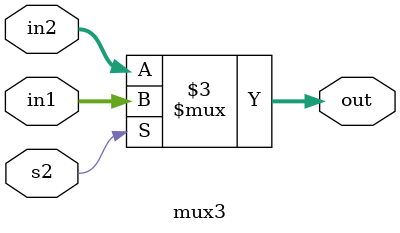
<source format=v>
`timescale 1ns / 1ps


module mux3(input [3:0] in1, in2, 
            input s2,
            output reg [3:0] out);

always @ (in1, in2, s2)
begin
    if (s2)  out = in1;
    else out = in2;
end

endmodule


</source>
